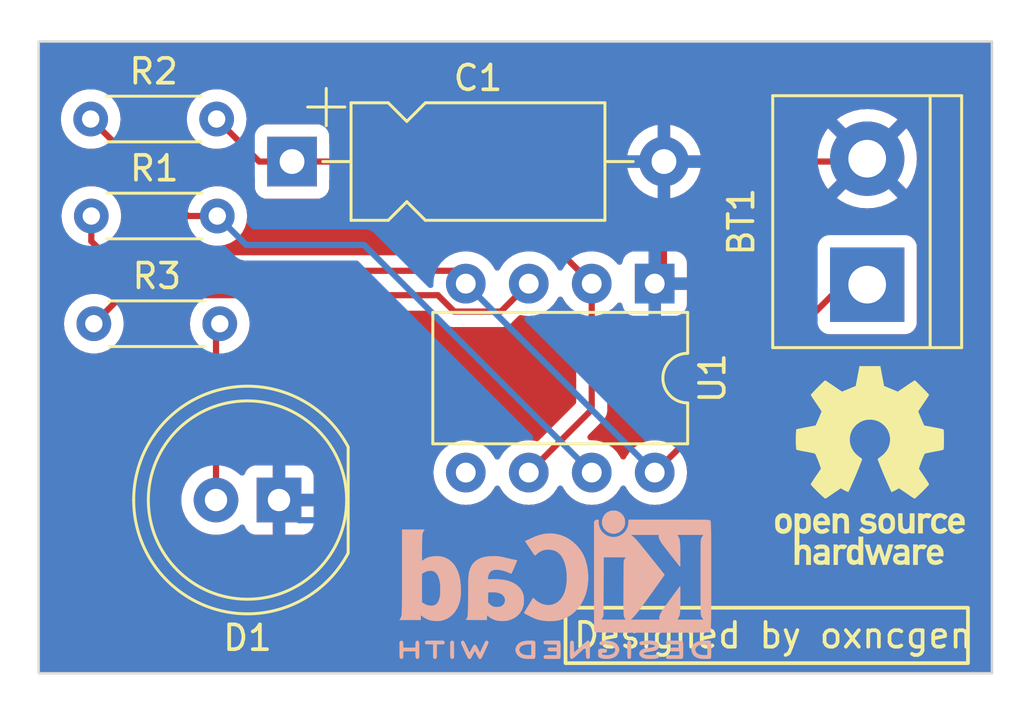
<source format=kicad_pcb>
(kicad_pcb (version 20221018) (generator pcbnew)
  (layers (0 "F.Cu" signal) (31 "B.Cu" signal) (36 "B.SilkS" user "B.Silkscreen") (37 "F.SilkS" user "F.Silkscreen") (38 "B.Mask" user) (39 "F.Mask" user) (44 "Edge.Cuts" user))
  (net 0 "")
  (net 1 "+9V")
  (net 2 "GND")
  (net 3 "Net-(U1-THR)")
  (net 4 "Net-(D1-A)")
  (net 5 "Net-(U1-DIS)")
  (net 6 "Net-(U1-Q)")
  (footprint "Package_DIP:DIP-8_W7.62mm" (layer "F.Cu") (at 165.9536 84.7952 -90)
    (fp_text reference "U1" (at 3.81 -2.33 90) (layer "F.SilkS"))
    (fp_text value "NA555P")
    (pad "1" thru_hole rect (at 0 0 270) (size 1.6 1.6) (drill 0.8) (layers "*.Cu" "*.Mask") (net 2 "GND"))
    (pad "2" thru_hole oval (at 0 2.54 270) (size 1.6 1.6) (drill 0.8) (layers "*.Cu" "*.Mask") (net 3 "Net-(U1-THR)"))
    (pad "3" thru_hole oval (at 0 5.08 270) (size 1.6 1.6) (drill 0.8) (layers "*.Cu" "*.Mask") (net 6 "Net-(U1-Q)"))
    (pad "4" thru_hole oval (at 0 7.62 270) (size 1.6 1.6) (drill 0.8) (layers "*.Cu" "*.Mask") (net 1 "+9V"))
    (pad "5" thru_hole oval (at 7.62 7.62 270) (size 1.6 1.6) (drill 0.8) (layers "*.Cu" "*.Mask"))
    (pad "6" thru_hole oval (at 7.62 5.08 270) (size 1.6 1.6) (drill 0.8) (layers "*.Cu" "*.Mask") (net 3 "Net-(U1-THR)"))
    (pad "7" thru_hole oval (at 7.62 2.54 270) (size 1.6 1.6) (drill 0.8) (layers "*.Cu" "*.Mask") (net 5 "Net-(U1-DIS)"))
    (pad "8" thru_hole oval (at 7.62 0 270) (size 1.6 1.6) (drill 0.8) (layers "*.Cu" "*.Mask") (net 1 "+9V"))
  )
  (footprint "LED_THT:LED_D8.0mm" (layer "F.Cu") (at 150.7998 93.5228 180)
    (fp_text reference "D1" (at 1.27 -5.56) (layer "F.SilkS"))
    (fp_text value "LED")
    (pad "1" thru_hole rect (at 0 0 180) (size 1.8 1.8) (drill 0.9) (layers "*.Cu" "*.Mask") (net 2 "GND"))
    (pad "2" thru_hole circle (at 2.54 0 180) (size 1.8 1.8) (drill 0.9) (layers "*.Cu" "*.Mask") (net 4 "Net-(D1-A)"))
  )
  (footprint "TerminalBlock:TerminalBlock_bornier-2_P5.08mm" (layer "F.Cu") (at 174.5234 84.836 90)
    (fp_text reference "BT1" (at 2.54 -5.08 90) (layer "F.SilkS"))
    (fp_text value "9v")
    (pad "1" thru_hole rect (at 0 0 90) (size 3 3) (drill 1.52) (layers "*.Cu" "*.Mask") (net 1 "+9V"))
    (pad "2" thru_hole circle (at 5.08 0 90) (size 3 3) (drill 1.52) (layers "*.Cu" "*.Mask") (net 2 "GND"))
  )
  (footprint "Capacitor_THT:CP_Axial_L10.0mm_D4.5mm_P15.00mm_Horizontal" (layer "F.Cu") (at 151.3262 79.8715)
    (fp_text reference "C1" (at 7.5 -3.37) (layer "F.SilkS"))
    (fp_text value "10u")
    (pad "1" thru_hole rect (at 0 0) (size 2 2) (drill 1) (layers "*.Cu" "*.Mask") (net 3 "Net-(U1-THR)"))
    (pad "2" thru_hole oval (at 15 0) (size 2 2) (drill 1) (layers "*.Cu" "*.Mask") (net 2 "GND"))
  )
  (footprint "Symbol:OSHW-Logo_7.5x8mm_SilkScreen" (layer "F.Cu") (at 174.625 92.1258)
    (fp_text reference "REF**" hide)
    (fp_text value "OSHW-Logo_7.5x8mm_SilkScreen" hide)
  )
  (footprint "Resistor_THT:R_Axial_DIN0204_L3.6mm_D1.6mm_P5.08mm_Horizontal" (layer "F.Cu") (at 143.2306 82.0674)
    (fp_text reference "R1" (at 2.54 -1.92) (layer "F.SilkS"))
    (fp_text value "1k")
    (pad "1" thru_hole circle (at 0 0) (size 1.4 1.4) (drill 0.7) (layers "*.Cu" "*.Mask") (net 1 "+9V"))
    (pad "2" thru_hole oval (at 5.08 0) (size 1.4 1.4) (drill 0.7) (layers "*.Cu" "*.Mask") (net 5 "Net-(U1-DIS)"))
  )
  (footprint "Resistor_THT:R_Axial_DIN0204_L3.6mm_D1.6mm_P5.08mm_Horizontal" (layer "F.Cu") (at 143.3322 86.4108)
    (fp_text reference "R3" (at 2.54 -1.92) (layer "F.SilkS"))
    (fp_text value "1k")
    (pad "1" thru_hole circle (at 0 0) (size 1.4 1.4) (drill 0.7) (layers "*.Cu" "*.Mask") (net 6 "Net-(U1-Q)"))
    (pad "2" thru_hole oval (at 5.08 0) (size 1.4 1.4) (drill 0.7) (layers "*.Cu" "*.Mask") (net 4 "Net-(D1-A)"))
  )
  (footprint "Resistor_THT:R_Axial_DIN0204_L3.6mm_D1.6mm_P5.08mm_Horizontal" (layer "F.Cu") (at 143.2052 78.1558)
    (fp_text reference "R2" (at 2.54 -1.92) (layer "F.SilkS"))
    (fp_text value "470k")
    (pad "1" thru_hole circle (at 0 0) (size 1.4 1.4) (drill 0.7) (layers "*.Cu" "*.Mask") (net 5 "Net-(U1-DIS)"))
    (pad "2" thru_hole oval (at 5.08 0) (size 1.4 1.4) (drill 0.7) (layers "*.Cu" "*.Mask") (net 3 "Net-(U1-THR)"))
  )
  (footprint "Symbol:KiCad-Logo2_5mm_SilkScreen" (layer "B.Cu") (at 161.9504 96.9264 180)
    (fp_text reference "REF**" hide)
    (fp_text value "KiCad-Logo2_5mm_SilkScreen" hide)
  )
  (gr_rect (start 162.3568 97.8662) (end 178.5874 100.1014) (stroke (width 0.15)) (fill none) (layer "F.SilkS"))
  (gr_rect (start 141.11 75.0316) (end 179.5526 100.5078) (stroke (width 0.1)) (fill none) (layer "Edge.Cuts"))
  (gr_text "Designed by oxncgen" (at 162.6108 99.568) (layer "F.SilkS") (effects (font (size 1 1)) (justify left bottom)))
  (segment (start 157.8156 84.2772) (end 158.3336 84.7952) (width 0.25) (layer "F.Cu") (net 1))
  (segment (start 174.5234 84.836) (end 173.5328 84.836) (width 0.25) (layer "F.Cu") (net 1))
  (segment (start 143.2306 83.0834) (end 144.4244 84.2772) (width 0.25) (layer "F.Cu") (net 1))
  (segment (start 143.2306 82.0674) (end 143.2306 83.0834) (width 0.25) (layer "F.Cu") (net 1))
  (segment (start 144.4244 84.2772) (end 157.8156 84.2772) (width 0.25) (layer "F.Cu") (net 1))
  (segment (start 173.5328 84.836) (end 165.9536 92.4152) (width 0.25) (layer "F.Cu") (net 1))
  (segment (start 165.9536 92.4152) (end 158.3336 84.7952) (width 0.25) (layer "B.Cu") (net 1))
  (segment (start 166.3262 79.8715) (end 166.3262 84.4226) (width 0.25) (layer "F.Cu") (net 2))
  (segment (start 166.3262 84.4226) (end 165.9536 84.7952) (width 0.25) (layer "F.Cu") (net 2))
  (segment (start 166.3262 79.8715) (end 174.4079 79.8715) (width 0.25) (layer "F.Cu") (net 2))
  (segment (start 174.4079 79.8715) (end 174.5234 79.756) (width 0.25) (layer "F.Cu") (net 2))
  (segment (start 150.7998 93.5228) (end 151.6126 94.3356) (width 0.25) (layer "B.Cu") (net 2))
  (segment (start 170.1038 94.3356) (end 165.9536 90.1854) (width 0.25) (layer "B.Cu") (net 2))
  (segment (start 151.6126 94.3356) (end 170.1038 94.3356) (width 0.25) (layer "B.Cu") (net 2))
  (segment (start 165.9536 90.1854) (end 165.9536 84.7952) (width 0.25) (layer "B.Cu") (net 2))
  (segment (start 163.4136 89.8752) (end 160.8736 92.4152) (width 0.25) (layer "F.Cu") (net 3))
  (segment (start 151.3262 79.8715) (end 150.0009 79.8715) (width 0.25) (layer "F.Cu") (net 3))
  (segment (start 151.2869 79.8322) (end 151.3262 79.8715) (width 0.25) (layer "F.Cu") (net 3))
  (segment (start 158.4899 79.8715) (end 163.4136 84.7952) (width 0.25) (layer "F.Cu") (net 3))
  (segment (start 151.3262 79.8715) (end 158.4899 79.8715) (width 0.25) (layer "F.Cu") (net 3))
  (segment (start 150.0009 79.8715) (end 148.2852 78.1558) (width 0.25) (layer "F.Cu") (net 3))
  (segment (start 163.4136 84.7952) (end 163.4136 89.8752) (width 0.25) (layer "F.Cu") (net 3))
  (segment (start 148.2598 93.5228) (end 148.2598 86.5632) (width 0.25) (layer "F.Cu") (net 4))
  (segment (start 148.2598 86.5632) (end 148.4122 86.4108) (width 0.25) (layer "F.Cu") (net 4))
  (segment (start 143.2052 78.1558) (end 147.1168 82.0674) (width 0.25) (layer "F.Cu") (net 5))
  (segment (start 147.1168 82.0674) (end 148.3106 82.0674) (width 0.25) (layer "F.Cu") (net 5))
  (segment (start 154.2342 83.2358) (end 149.479 83.2358) (width 0.25) (layer "B.Cu") (net 5))
  (segment (start 163.4136 92.4152) (end 154.2342 83.2358) (width 0.25) (layer "B.Cu") (net 5))
  (segment (start 149.479 83.2358) (end 148.3106 82.0674) (width 0.25) (layer "B.Cu") (net 5))
  (segment (start 143.3322 86.4108) (end 144.481809 85.261191) (width 0.25) (layer "F.Cu") (net 6))
  (segment (start 157.867609 85.9202) (end 159.7486 85.9202) (width 0.25) (layer "F.Cu") (net 6))
  (segment (start 144.481809 85.261191) (end 157.2086 85.261191) (width 0.25) (layer "F.Cu") (net 6))
  (segment (start 159.7486 85.9202) (end 160.8736 84.7952) (width 0.25) (layer "F.Cu") (net 6))
  (segment (start 157.2086 85.261191) (end 157.867609 85.9202) (width 0.25) (layer "F.Cu") (net 6))
  (zone (net 2) (net_name "GND") (layers "F&B.Cu") (connect_pads (clearance 0.5)) (min_thickness 0.25) (fill yes (thermal_gap 0.5) (thermal_bridge_width 0.5))
    (polygon (pts (xy 139.9286 85.0392) (xy 140.4366 73.3552) (xy 180.848 74.2442) (xy 180.4924 101.4222) (xy 139.5476 101.7016)))
  )
)
</source>
